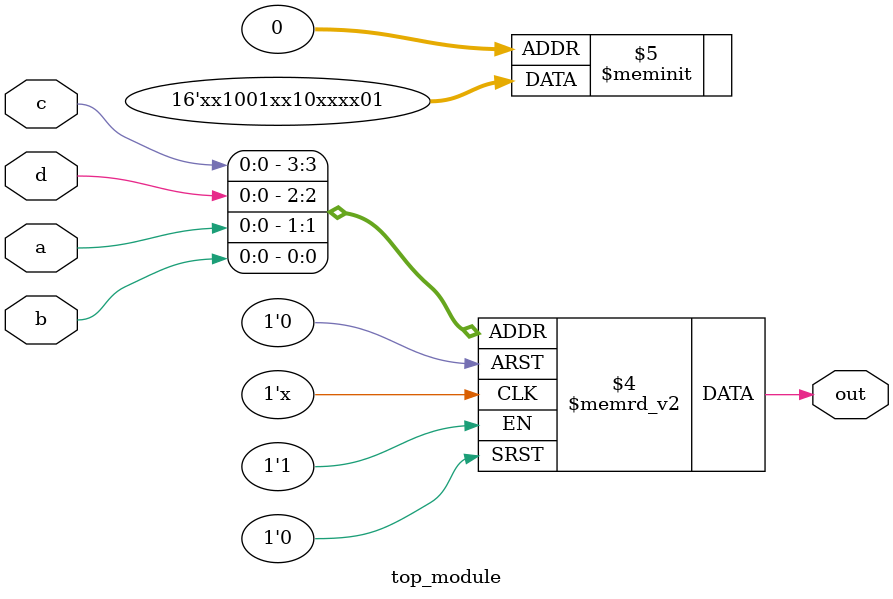
<source format=sv>
module top_module (
    input a, 
    input b,
    input c,
    input d,
    output reg out
);

always @(*) begin
    case ({c, d, a, b})
        4'b0000, 4'b0111, 4'b1010, 4'b1101: out = 1'b1;
        4'b0001, 4'b0110, 4'b1011, 4'b1100: out = 1'b0;
        default: out = 1'bx;
    endcase
end

endmodule

</source>
